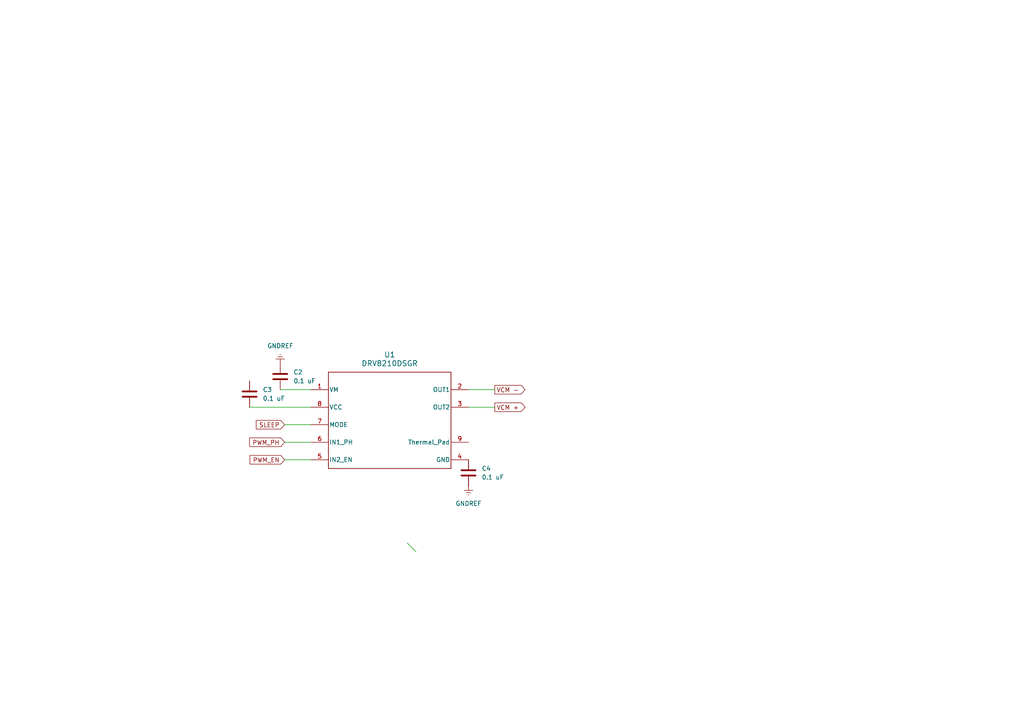
<source format=kicad_sch>
(kicad_sch (version 20250114) (generator "eeschema") (generator_version "9.0")
  (paper "A4")
  (lib_symbols
    (symbol "2025-04-08_09-39-13:DRV8210DSGR" (pin_names (offset 0.254))
      (property "Reference" "U" (at 0 2.54 0))
      (property "Value" "DRV8210DSGR" (at 0 0 0))
      (symbol "DRV8210DSGR_0_1"
        (polyline (pts (xy 5.08 5.08) (xy 5.08 -22.86)) (stroke (width 0.2032)))
        (polyline (pts (xy 5.08 -22.86) (xy 40.64 -22.86)) (stroke (width 0.2032)))
        (polyline (pts (xy 40.64 5.08) (xy 5.08 5.08)) (stroke (width 0.2032)))
        (polyline (pts (xy 40.64 -22.86) (xy 40.64 5.08)) (stroke (width 0.2032)))
        (pin power_in line (at 0 0 0) (length 5.08) (name "VM") (number "1"))
        (pin power_in line (at 0 -5.08 0) (length 5.08) (name "VCC") (number "8"))
        (pin unspecified line (at 0 -10.16 0) (length 5.08) (name "MODE") (number "7"))
        (pin input line (at 0 -15.24 0) (length 5.08) (name "IN1_PH") (number "6"))
        (pin input line (at 0 -20.32 0) (length 5.08) (name "IN2_EN") (number "5"))
        (pin output line (at 45.72 0 180) (length 5.08) (name "OUT1") (number "2"))
        (pin output line (at 45.72 -5.08 180) (length 5.08) (name "OUT2") (number "3"))
        (pin power_in line (at 45.72 -15.24 180) (length 5.08) (name "Thermal_Pad") (number "9"))
        (pin power_in line (at 45.72 -20.32 180) (length 5.08) (name "GND") (number "4"))
      )
    )
    (symbol "Device:C" (pin_numbers (hide yes)) (pin_names (offset 0.254))
      (property "Reference" "C" (at 0.635 2.54 0))
      (property "Value" "C" (at 0.635 -2.54 0))
      (symbol "C_0_1"
        (polyline (pts (xy -2.032 0.762) (xy 2.032 0.762)) (stroke (width 0.508)))
        (polyline (pts (xy -2.032 -0.762) (xy 2.032 -0.762)) (stroke (width 0.508)))
      )
      (symbol "C_1_1"
        (pin passive line (at 0 3.81 270) (length 2.794) (name "~") (number "1"))
        (pin passive line (at 0 -3.81 90) (length 2.794) (name "~") (number "2"))
      )
    )
    (symbol "power:GNDREF" (power) (pin_numbers (hide yes)) (pin_names (offset 0) (hide yes))
      (property "Value" "GNDREF" (at 0 -3.81 0))
      (symbol "GNDREF_0_1"
        (polyline (pts (xy -0.635 -1.905) (xy 0.635 -1.905)))
        (polyline (pts (xy -0.127 -2.54) (xy 0.127 -2.54)))
        (polyline (pts (xy 0 -1.27) (xy 0 0)))
        (polyline (pts (xy 1.27 -1.27) (xy -1.27 -1.27)))
      )
      (symbol "GNDREF_1_1"
        (pin power_in line (at 0 0 270) (length 0) (name "~") (number "1"))
      )
    )
  )
  (bus_entry (at 118.11 157.48) (size 2.54 2.54))
  (wire (pts (xy 82.55 128.27) (xy 90.17 128.27)))
  (wire (pts (xy 81.28 113.03) (xy 90.17 113.03)))
  (wire (pts (xy 72.39 118.11) (xy 90.17 118.11)))
  (wire (pts (xy 82.55 133.35) (xy 90.17 133.35)))
  (wire (pts (xy 143.51 118.11) (xy 135.89 118.11)))
  (wire (pts (xy 135.89 113.03) (xy 143.51 113.03)))
  (wire (pts (xy 82.55 123.19) (xy 90.17 123.19)))
  (global_label "VCM -" (shape output) (at 143.51 113.03 0) (property "Intersheetrefs" "${INTERSHEET_REFS}" (effects (hide yes))))
  (global_label "VCM +" (shape output) (at 143.51 118.11 0) (property "Intersheetrefs" "${INTERSHEET_REFS}" (effects (hide yes))))
  (global_label "PWM_EN" (shape input) (at 82.55 133.35 180) (property "Intersheetrefs" "${INTERSHEET_REFS}" (effects (hide yes))))
  (global_label "PWM_PH" (shape input) (at 82.55 128.27 180) (property "Intersheetrefs" "${INTERSHEET_REFS}" (effects (hide yes))))
  (global_label "SLEEP" (shape input) (at 82.55 123.19 180) (property "Intersheetrefs" "${INTERSHEET_REFS}" (effects (hide yes))))
  (symbol (lib_id "power:GNDREF") (at 135.89 140.97 0) (unit 1)
    (property "Reference" "#PWR02" (effects (hide yes)))
    (property "Value" "GNDREF" (at 135.89 146.05 0))
    (property "Description" "Power symbol creates a global label with name \"GNDREF\" , reference supply ground" (effects (hide yes)))
  )
  (symbol (lib_id "Device:C") (at 72.39 114.3 0) (unit 1)
    (property "Reference" "C3" (at 76.2 113.0299 0) (effects (justify left)))
    (property "Value" "0.1 uF" (at 76.2 115.5699 0) (effects (justify left)))
    (property "Footprint" "Capacitor_SMD:C_0603_1608Metric" (effects (hide yes)))
    (property "Description" "Unpolarized capacitor" (effects (hide yes)))
  )
  (symbol (lib_id "2025-04-08_09-39-13:DRV8210DSGR") (at 90.17 113.03 0) (unit 1)
    (property "Reference" "U1" (at 113.03 102.87 0) (effects (font (size 1.524 1.524))))
    (property "Value" "DRV8210DSGR" (at 113.03 105.41 0) (effects (font (size 1.524 1.524))))
    (property "Footprint" "DRV8210" (effects (hide yes)))
    (property "Datasheet" "DRV8210DSGR" (effects (hide yes)))
  )
  (symbol (lib_id "Device:C") (at 135.89 137.16 0) (unit 1)
    (property "Reference" "C4" (at 139.7 135.8899 0) (effects (justify left)))
    (property "Value" "0.1 uF" (at 139.7 138.4299 0) (effects (justify left)))
    (property "Footprint" "Capacitor_SMD:C_0603_1608Metric" (effects (hide yes)))
    (property "Description" "Unpolarized capacitor" (effects (hide yes)))
  )
  (symbol (lib_id "Device:C") (at 81.28 109.22 0) (unit 1)
    (property "Reference" "C2" (at 85.09 107.9499 0) (effects (justify left)))
    (property "Value" "0.1 uF" (at 85.09 110.4899 0) (effects (justify left)))
    (property "Footprint" "Capacitor_SMD:C_0603_1608Metric" (effects (hide yes)))
    (property "Description" "Unpolarized capacitor" (effects (hide yes)))
  )
  (symbol (lib_id "power:GNDREF") (at 81.28 105.41 180) (unit 1)
    (property "Reference" "#PWR01" (effects (hide yes)))
    (property "Value" "GNDREF" (at 81.28 100.33 0))
    (property "Description" "Power symbol creates a global label with name \"GNDREF\" , reference supply ground" (effects (hide yes)))
  )
)
</source>
